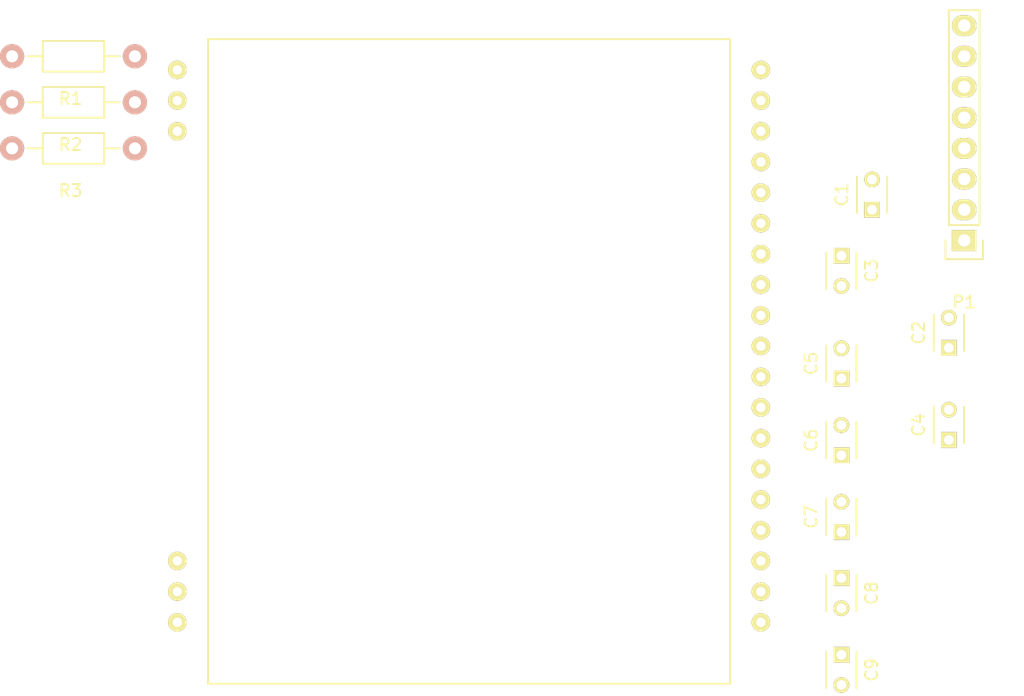
<source format=kicad_pcb>
(kicad_pcb (version 4) (host pcbnew 4.0.0-rc1-stable)

  (general
    (links 36)
    (no_connects 36)
    (area 0 0 0 0)
    (thickness 1.6)
    (drawings 0)
    (tracks 0)
    (zones 0)
    (modules 14)
    (nets 23)
  )

  (page A4)
  (layers
    (0 F.Cu signal)
    (31 B.Cu signal)
    (32 B.Adhes user)
    (33 F.Adhes user)
    (34 B.Paste user)
    (35 F.Paste user)
    (36 B.SilkS user)
    (37 F.SilkS user)
    (38 B.Mask user)
    (39 F.Mask user)
    (40 Dwgs.User user)
    (41 Cmts.User user)
    (42 Eco1.User user)
    (43 Eco2.User user)
    (44 Edge.Cuts user)
    (45 Margin user)
    (46 B.CrtYd user)
    (47 F.CrtYd user)
    (48 B.Fab user)
    (49 F.Fab user)
  )

  (setup
    (last_trace_width 0.25)
    (trace_clearance 0.2)
    (zone_clearance 0.508)
    (zone_45_only no)
    (trace_min 0.2)
    (segment_width 0.2)
    (edge_width 0.15)
    (via_size 0.6)
    (via_drill 0.4)
    (via_min_size 0.4)
    (via_min_drill 0.3)
    (uvia_size 0.3)
    (uvia_drill 0.1)
    (uvias_allowed no)
    (uvia_min_size 0.2)
    (uvia_min_drill 0.1)
    (pcb_text_width 0.3)
    (pcb_text_size 1.5 1.5)
    (mod_edge_width 0.15)
    (mod_text_size 1 1)
    (mod_text_width 0.15)
    (pad_size 1.524 1.524)
    (pad_drill 0.762)
    (pad_to_mask_clearance 0.2)
    (aux_axis_origin 0 0)
    (visible_elements FFFFFF7F)
    (pcbplotparams
      (layerselection 0x00030_80000001)
      (usegerberextensions false)
      (excludeedgelayer true)
      (linewidth 0.100000)
      (plotframeref false)
      (viasonmask false)
      (mode 1)
      (useauxorigin false)
      (hpglpennumber 1)
      (hpglpenspeed 20)
      (hpglpendiameter 15)
      (hpglpenoverlay 2)
      (psnegative false)
      (psa4output false)
      (plotreference true)
      (plotvalue true)
      (plotinvisibletext false)
      (padsonsilk false)
      (subtractmaskfromsilk false)
      (outputformat 1)
      (mirror false)
      (drillshape 1)
      (scaleselection 1)
      (outputdirectory ""))
  )

  (net 0 "")
  (net 1 GND)
  (net 2 "Net-(C1-Pad2)")
  (net 3 "Net-(C2-Pad1)")
  (net 4 "Net-(C2-Pad2)")
  (net 5 "Net-(C3-Pad2)")
  (net 6 "Net-(C4-Pad1)")
  (net 7 "Net-(C4-Pad2)")
  (net 8 "Net-(C5-Pad2)")
  (net 9 "Net-(C6-Pad2)")
  (net 10 "Net-(C7-Pad2)")
  (net 11 "Net-(C8-Pad2)")
  (net 12 "Net-(C9-Pad2)")
  (net 13 "Net-(D1-Pad1)")
  (net 14 "Net-(D1-Pad2)")
  (net 15 "Net-(D1-Pad3)")
  (net 16 D5)
  (net 17 VCC)
  (net 18 D1)
  (net 19 D2)
  (net 20 D3)
  (net 21 D4)
  (net 22 LED)

  (net_class Default "Dies ist die voreingestellte Netzklasse."
    (clearance 0.2)
    (trace_width 0.25)
    (via_dia 0.6)
    (via_drill 0.4)
    (uvia_dia 0.3)
    (uvia_drill 0.1)
    (add_net D1)
    (add_net D2)
    (add_net D3)
    (add_net D4)
    (add_net D5)
    (add_net GND)
    (add_net LED)
    (add_net "Net-(C1-Pad2)")
    (add_net "Net-(C2-Pad1)")
    (add_net "Net-(C2-Pad2)")
    (add_net "Net-(C3-Pad2)")
    (add_net "Net-(C4-Pad1)")
    (add_net "Net-(C4-Pad2)")
    (add_net "Net-(C5-Pad2)")
    (add_net "Net-(C6-Pad2)")
    (add_net "Net-(C7-Pad2)")
    (add_net "Net-(C8-Pad2)")
    (add_net "Net-(C9-Pad2)")
    (add_net "Net-(D1-Pad1)")
    (add_net "Net-(D1-Pad2)")
    (add_net "Net-(D1-Pad3)")
    (add_net VCC)
  )

  (module Capacitors_ThroughHole:C_Disc_D3_P2.5 (layer F.Cu) (tedit 0) (tstamp 562B95D8)
    (at 149.86 87.63 90)
    (descr "Capacitor 3mm Disc, Pitch 2.5mm")
    (tags Capacitor)
    (path /562B7EAB)
    (fp_text reference C1 (at 1.25 -2.5 90) (layer F.SilkS)
      (effects (font (size 1 1) (thickness 0.15)))
    )
    (fp_text value C (at 1.25 2.5 90) (layer F.Fab)
      (effects (font (size 1 1) (thickness 0.15)))
    )
    (fp_line (start -0.9 -1.5) (end 3.4 -1.5) (layer F.CrtYd) (width 0.05))
    (fp_line (start 3.4 -1.5) (end 3.4 1.5) (layer F.CrtYd) (width 0.05))
    (fp_line (start 3.4 1.5) (end -0.9 1.5) (layer F.CrtYd) (width 0.05))
    (fp_line (start -0.9 1.5) (end -0.9 -1.5) (layer F.CrtYd) (width 0.05))
    (fp_line (start -0.25 -1.25) (end 2.75 -1.25) (layer F.SilkS) (width 0.15))
    (fp_line (start 2.75 1.25) (end -0.25 1.25) (layer F.SilkS) (width 0.15))
    (pad 1 thru_hole rect (at 0 0 90) (size 1.3 1.3) (drill 0.8) (layers *.Cu *.Mask F.SilkS)
      (net 1 GND))
    (pad 2 thru_hole circle (at 2.5 0 90) (size 1.3 1.3) (drill 0.8001) (layers *.Cu *.Mask F.SilkS)
      (net 2 "Net-(C1-Pad2)"))
    (model Capacitors_ThroughHole.3dshapes/C_Disc_D3_P2.5.wrl
      (at (xyz 0.0492126 0 0))
      (scale (xyz 1 1 1))
      (rotate (xyz 0 0 0))
    )
  )

  (module Capacitors_ThroughHole:C_Disc_D3_P2.5 (layer F.Cu) (tedit 0) (tstamp 562B95DE)
    (at 156.21 99.06 90)
    (descr "Capacitor 3mm Disc, Pitch 2.5mm")
    (tags Capacitor)
    (path /562B7DB9)
    (fp_text reference C2 (at 1.25 -2.5 90) (layer F.SilkS)
      (effects (font (size 1 1) (thickness 0.15)))
    )
    (fp_text value C (at 1.25 2.5 90) (layer F.Fab)
      (effects (font (size 1 1) (thickness 0.15)))
    )
    (fp_line (start -0.9 -1.5) (end 3.4 -1.5) (layer F.CrtYd) (width 0.05))
    (fp_line (start 3.4 -1.5) (end 3.4 1.5) (layer F.CrtYd) (width 0.05))
    (fp_line (start 3.4 1.5) (end -0.9 1.5) (layer F.CrtYd) (width 0.05))
    (fp_line (start -0.9 1.5) (end -0.9 -1.5) (layer F.CrtYd) (width 0.05))
    (fp_line (start -0.25 -1.25) (end 2.75 -1.25) (layer F.SilkS) (width 0.15))
    (fp_line (start 2.75 1.25) (end -0.25 1.25) (layer F.SilkS) (width 0.15))
    (pad 1 thru_hole rect (at 0 0 90) (size 1.3 1.3) (drill 0.8) (layers *.Cu *.Mask F.SilkS)
      (net 3 "Net-(C2-Pad1)"))
    (pad 2 thru_hole circle (at 2.5 0 90) (size 1.3 1.3) (drill 0.8001) (layers *.Cu *.Mask F.SilkS)
      (net 4 "Net-(C2-Pad2)"))
    (model Capacitors_ThroughHole.3dshapes/C_Disc_D3_P2.5.wrl
      (at (xyz 0.0492126 0 0))
      (scale (xyz 1 1 1))
      (rotate (xyz 0 0 0))
    )
  )

  (module Capacitors_ThroughHole:C_Disc_D3_P2.5 (layer F.Cu) (tedit 0) (tstamp 562B95E4)
    (at 147.32 91.44 270)
    (descr "Capacitor 3mm Disc, Pitch 2.5mm")
    (tags Capacitor)
    (path /562B7D68)
    (fp_text reference C3 (at 1.25 -2.5 270) (layer F.SilkS)
      (effects (font (size 1 1) (thickness 0.15)))
    )
    (fp_text value C (at 1.25 2.5 270) (layer F.Fab)
      (effects (font (size 1 1) (thickness 0.15)))
    )
    (fp_line (start -0.9 -1.5) (end 3.4 -1.5) (layer F.CrtYd) (width 0.05))
    (fp_line (start 3.4 -1.5) (end 3.4 1.5) (layer F.CrtYd) (width 0.05))
    (fp_line (start 3.4 1.5) (end -0.9 1.5) (layer F.CrtYd) (width 0.05))
    (fp_line (start -0.9 1.5) (end -0.9 -1.5) (layer F.CrtYd) (width 0.05))
    (fp_line (start -0.25 -1.25) (end 2.75 -1.25) (layer F.SilkS) (width 0.15))
    (fp_line (start 2.75 1.25) (end -0.25 1.25) (layer F.SilkS) (width 0.15))
    (pad 1 thru_hole rect (at 0 0 270) (size 1.3 1.3) (drill 0.8) (layers *.Cu *.Mask F.SilkS)
      (net 3 "Net-(C2-Pad1)"))
    (pad 2 thru_hole circle (at 2.5 0 270) (size 1.3 1.3) (drill 0.8001) (layers *.Cu *.Mask F.SilkS)
      (net 5 "Net-(C3-Pad2)"))
    (model Capacitors_ThroughHole.3dshapes/C_Disc_D3_P2.5.wrl
      (at (xyz 0.0492126 0 0))
      (scale (xyz 1 1 1))
      (rotate (xyz 0 0 0))
    )
  )

  (module Capacitors_ThroughHole:C_Disc_D3_P2.5 (layer F.Cu) (tedit 0) (tstamp 562B95EA)
    (at 156.21 106.68 90)
    (descr "Capacitor 3mm Disc, Pitch 2.5mm")
    (tags Capacitor)
    (path /562B7CE7)
    (fp_text reference C4 (at 1.25 -2.5 90) (layer F.SilkS)
      (effects (font (size 1 1) (thickness 0.15)))
    )
    (fp_text value C (at 1.25 2.5 90) (layer F.Fab)
      (effects (font (size 1 1) (thickness 0.15)))
    )
    (fp_line (start -0.9 -1.5) (end 3.4 -1.5) (layer F.CrtYd) (width 0.05))
    (fp_line (start 3.4 -1.5) (end 3.4 1.5) (layer F.CrtYd) (width 0.05))
    (fp_line (start 3.4 1.5) (end -0.9 1.5) (layer F.CrtYd) (width 0.05))
    (fp_line (start -0.9 1.5) (end -0.9 -1.5) (layer F.CrtYd) (width 0.05))
    (fp_line (start -0.25 -1.25) (end 2.75 -1.25) (layer F.SilkS) (width 0.15))
    (fp_line (start 2.75 1.25) (end -0.25 1.25) (layer F.SilkS) (width 0.15))
    (pad 1 thru_hole rect (at 0 0 90) (size 1.3 1.3) (drill 0.8) (layers *.Cu *.Mask F.SilkS)
      (net 6 "Net-(C4-Pad1)"))
    (pad 2 thru_hole circle (at 2.5 0 90) (size 1.3 1.3) (drill 0.8001) (layers *.Cu *.Mask F.SilkS)
      (net 7 "Net-(C4-Pad2)"))
    (model Capacitors_ThroughHole.3dshapes/C_Disc_D3_P2.5.wrl
      (at (xyz 0.0492126 0 0))
      (scale (xyz 1 1 1))
      (rotate (xyz 0 0 0))
    )
  )

  (module Capacitors_ThroughHole:C_Disc_D3_P2.5 (layer F.Cu) (tedit 0) (tstamp 562B95F0)
    (at 147.32 101.6 90)
    (descr "Capacitor 3mm Disc, Pitch 2.5mm")
    (tags Capacitor)
    (path /562B7621)
    (fp_text reference C5 (at 1.25 -2.5 90) (layer F.SilkS)
      (effects (font (size 1 1) (thickness 0.15)))
    )
    (fp_text value C (at 1.25 2.5 90) (layer F.Fab)
      (effects (font (size 1 1) (thickness 0.15)))
    )
    (fp_line (start -0.9 -1.5) (end 3.4 -1.5) (layer F.CrtYd) (width 0.05))
    (fp_line (start 3.4 -1.5) (end 3.4 1.5) (layer F.CrtYd) (width 0.05))
    (fp_line (start 3.4 1.5) (end -0.9 1.5) (layer F.CrtYd) (width 0.05))
    (fp_line (start -0.9 1.5) (end -0.9 -1.5) (layer F.CrtYd) (width 0.05))
    (fp_line (start -0.25 -1.25) (end 2.75 -1.25) (layer F.SilkS) (width 0.15))
    (fp_line (start 2.75 1.25) (end -0.25 1.25) (layer F.SilkS) (width 0.15))
    (pad 1 thru_hole rect (at 0 0 90) (size 1.3 1.3) (drill 0.8) (layers *.Cu *.Mask F.SilkS)
      (net 1 GND))
    (pad 2 thru_hole circle (at 2.5 0 90) (size 1.3 1.3) (drill 0.8001) (layers *.Cu *.Mask F.SilkS)
      (net 8 "Net-(C5-Pad2)"))
    (model Capacitors_ThroughHole.3dshapes/C_Disc_D3_P2.5.wrl
      (at (xyz 0.0492126 0 0))
      (scale (xyz 1 1 1))
      (rotate (xyz 0 0 0))
    )
  )

  (module Capacitors_ThroughHole:C_Disc_D3_P2.5 (layer F.Cu) (tedit 0) (tstamp 562B95F6)
    (at 147.32 107.95 90)
    (descr "Capacitor 3mm Disc, Pitch 2.5mm")
    (tags Capacitor)
    (path /562B75CA)
    (fp_text reference C6 (at 1.25 -2.5 90) (layer F.SilkS)
      (effects (font (size 1 1) (thickness 0.15)))
    )
    (fp_text value C (at 1.25 2.5 90) (layer F.Fab)
      (effects (font (size 1 1) (thickness 0.15)))
    )
    (fp_line (start -0.9 -1.5) (end 3.4 -1.5) (layer F.CrtYd) (width 0.05))
    (fp_line (start 3.4 -1.5) (end 3.4 1.5) (layer F.CrtYd) (width 0.05))
    (fp_line (start 3.4 1.5) (end -0.9 1.5) (layer F.CrtYd) (width 0.05))
    (fp_line (start -0.9 1.5) (end -0.9 -1.5) (layer F.CrtYd) (width 0.05))
    (fp_line (start -0.25 -1.25) (end 2.75 -1.25) (layer F.SilkS) (width 0.15))
    (fp_line (start 2.75 1.25) (end -0.25 1.25) (layer F.SilkS) (width 0.15))
    (pad 1 thru_hole rect (at 0 0 90) (size 1.3 1.3) (drill 0.8) (layers *.Cu *.Mask F.SilkS)
      (net 1 GND))
    (pad 2 thru_hole circle (at 2.5 0 90) (size 1.3 1.3) (drill 0.8001) (layers *.Cu *.Mask F.SilkS)
      (net 9 "Net-(C6-Pad2)"))
    (model Capacitors_ThroughHole.3dshapes/C_Disc_D3_P2.5.wrl
      (at (xyz 0.0492126 0 0))
      (scale (xyz 1 1 1))
      (rotate (xyz 0 0 0))
    )
  )

  (module Capacitors_ThroughHole:C_Disc_D3_P2.5 (layer F.Cu) (tedit 0) (tstamp 562B95FC)
    (at 147.32 114.3 90)
    (descr "Capacitor 3mm Disc, Pitch 2.5mm")
    (tags Capacitor)
    (path /562B75A3)
    (fp_text reference C7 (at 1.25 -2.5 90) (layer F.SilkS)
      (effects (font (size 1 1) (thickness 0.15)))
    )
    (fp_text value C (at 1.25 2.5 90) (layer F.Fab)
      (effects (font (size 1 1) (thickness 0.15)))
    )
    (fp_line (start -0.9 -1.5) (end 3.4 -1.5) (layer F.CrtYd) (width 0.05))
    (fp_line (start 3.4 -1.5) (end 3.4 1.5) (layer F.CrtYd) (width 0.05))
    (fp_line (start 3.4 1.5) (end -0.9 1.5) (layer F.CrtYd) (width 0.05))
    (fp_line (start -0.9 1.5) (end -0.9 -1.5) (layer F.CrtYd) (width 0.05))
    (fp_line (start -0.25 -1.25) (end 2.75 -1.25) (layer F.SilkS) (width 0.15))
    (fp_line (start 2.75 1.25) (end -0.25 1.25) (layer F.SilkS) (width 0.15))
    (pad 1 thru_hole rect (at 0 0 90) (size 1.3 1.3) (drill 0.8) (layers *.Cu *.Mask F.SilkS)
      (net 1 GND))
    (pad 2 thru_hole circle (at 2.5 0 90) (size 1.3 1.3) (drill 0.8001) (layers *.Cu *.Mask F.SilkS)
      (net 10 "Net-(C7-Pad2)"))
    (model Capacitors_ThroughHole.3dshapes/C_Disc_D3_P2.5.wrl
      (at (xyz 0.0492126 0 0))
      (scale (xyz 1 1 1))
      (rotate (xyz 0 0 0))
    )
  )

  (module Capacitors_ThroughHole:C_Disc_D3_P2.5 (layer F.Cu) (tedit 0) (tstamp 562B9602)
    (at 147.32 118.11 270)
    (descr "Capacitor 3mm Disc, Pitch 2.5mm")
    (tags Capacitor)
    (path /562B7536)
    (fp_text reference C8 (at 1.25 -2.5 270) (layer F.SilkS)
      (effects (font (size 1 1) (thickness 0.15)))
    )
    (fp_text value C (at 1.25 2.5 270) (layer F.Fab)
      (effects (font (size 1 1) (thickness 0.15)))
    )
    (fp_line (start -0.9 -1.5) (end 3.4 -1.5) (layer F.CrtYd) (width 0.05))
    (fp_line (start 3.4 -1.5) (end 3.4 1.5) (layer F.CrtYd) (width 0.05))
    (fp_line (start 3.4 1.5) (end -0.9 1.5) (layer F.CrtYd) (width 0.05))
    (fp_line (start -0.9 1.5) (end -0.9 -1.5) (layer F.CrtYd) (width 0.05))
    (fp_line (start -0.25 -1.25) (end 2.75 -1.25) (layer F.SilkS) (width 0.15))
    (fp_line (start 2.75 1.25) (end -0.25 1.25) (layer F.SilkS) (width 0.15))
    (pad 1 thru_hole rect (at 0 0 270) (size 1.3 1.3) (drill 0.8) (layers *.Cu *.Mask F.SilkS)
      (net 1 GND))
    (pad 2 thru_hole circle (at 2.5 0 270) (size 1.3 1.3) (drill 0.8001) (layers *.Cu *.Mask F.SilkS)
      (net 11 "Net-(C8-Pad2)"))
    (model Capacitors_ThroughHole.3dshapes/C_Disc_D3_P2.5.wrl
      (at (xyz 0.0492126 0 0))
      (scale (xyz 1 1 1))
      (rotate (xyz 0 0 0))
    )
  )

  (module Capacitors_ThroughHole:C_Disc_D3_P2.5 (layer F.Cu) (tedit 0) (tstamp 562B9608)
    (at 147.32 124.46 270)
    (descr "Capacitor 3mm Disc, Pitch 2.5mm")
    (tags Capacitor)
    (path /562B74C8)
    (fp_text reference C9 (at 1.25 -2.5 270) (layer F.SilkS)
      (effects (font (size 1 1) (thickness 0.15)))
    )
    (fp_text value C (at 1.25 2.5 270) (layer F.Fab)
      (effects (font (size 1 1) (thickness 0.15)))
    )
    (fp_line (start -0.9 -1.5) (end 3.4 -1.5) (layer F.CrtYd) (width 0.05))
    (fp_line (start 3.4 -1.5) (end 3.4 1.5) (layer F.CrtYd) (width 0.05))
    (fp_line (start 3.4 1.5) (end -0.9 1.5) (layer F.CrtYd) (width 0.05))
    (fp_line (start -0.9 1.5) (end -0.9 -1.5) (layer F.CrtYd) (width 0.05))
    (fp_line (start -0.25 -1.25) (end 2.75 -1.25) (layer F.SilkS) (width 0.15))
    (fp_line (start 2.75 1.25) (end -0.25 1.25) (layer F.SilkS) (width 0.15))
    (pad 1 thru_hole rect (at 0 0 270) (size 1.3 1.3) (drill 0.8) (layers *.Cu *.Mask F.SilkS)
      (net 1 GND))
    (pad 2 thru_hole circle (at 2.5 0 270) (size 1.3 1.3) (drill 0.8001) (layers *.Cu *.Mask F.SilkS)
      (net 12 "Net-(C9-Pad2)"))
    (model Capacitors_ThroughHole.3dshapes/C_Disc_D3_P2.5.wrl
      (at (xyz 0.0492126 0 0))
      (scale (xyz 1 1 1))
      (rotate (xyz 0 0 0))
    )
  )

  (module Pin_Headers:Pin_Header_Straight_1x08 (layer F.Cu) (tedit 0) (tstamp 562B9633)
    (at 157.48 90.17 180)
    (descr "Through hole pin header")
    (tags "pin header")
    (path /562B950F)
    (fp_text reference P1 (at 0 -5.1 180) (layer F.SilkS)
      (effects (font (size 1 1) (thickness 0.15)))
    )
    (fp_text value CONN_01X08 (at 0 -3.1 180) (layer F.Fab)
      (effects (font (size 1 1) (thickness 0.15)))
    )
    (fp_line (start -1.75 -1.75) (end -1.75 19.55) (layer F.CrtYd) (width 0.05))
    (fp_line (start 1.75 -1.75) (end 1.75 19.55) (layer F.CrtYd) (width 0.05))
    (fp_line (start -1.75 -1.75) (end 1.75 -1.75) (layer F.CrtYd) (width 0.05))
    (fp_line (start -1.75 19.55) (end 1.75 19.55) (layer F.CrtYd) (width 0.05))
    (fp_line (start 1.27 1.27) (end 1.27 19.05) (layer F.SilkS) (width 0.15))
    (fp_line (start 1.27 19.05) (end -1.27 19.05) (layer F.SilkS) (width 0.15))
    (fp_line (start -1.27 19.05) (end -1.27 1.27) (layer F.SilkS) (width 0.15))
    (fp_line (start 1.55 -1.55) (end 1.55 0) (layer F.SilkS) (width 0.15))
    (fp_line (start 1.27 1.27) (end -1.27 1.27) (layer F.SilkS) (width 0.15))
    (fp_line (start -1.55 0) (end -1.55 -1.55) (layer F.SilkS) (width 0.15))
    (fp_line (start -1.55 -1.55) (end 1.55 -1.55) (layer F.SilkS) (width 0.15))
    (pad 1 thru_hole rect (at 0 0 180) (size 2.032 1.7272) (drill 1.016) (layers *.Cu *.Mask F.SilkS)
      (net 18 D1))
    (pad 2 thru_hole oval (at 0 2.54 180) (size 2.032 1.7272) (drill 1.016) (layers *.Cu *.Mask F.SilkS)
      (net 19 D2))
    (pad 3 thru_hole oval (at 0 5.08 180) (size 2.032 1.7272) (drill 1.016) (layers *.Cu *.Mask F.SilkS)
      (net 20 D3))
    (pad 4 thru_hole oval (at 0 7.62 180) (size 2.032 1.7272) (drill 1.016) (layers *.Cu *.Mask F.SilkS)
      (net 21 D4))
    (pad 5 thru_hole oval (at 0 10.16 180) (size 2.032 1.7272) (drill 1.016) (layers *.Cu *.Mask F.SilkS)
      (net 16 D5))
    (pad 6 thru_hole oval (at 0 12.7 180) (size 2.032 1.7272) (drill 1.016) (layers *.Cu *.Mask F.SilkS)
      (net 22 LED))
    (pad 7 thru_hole oval (at 0 15.24 180) (size 2.032 1.7272) (drill 1.016) (layers *.Cu *.Mask F.SilkS)
      (net 1 GND))
    (pad 8 thru_hole oval (at 0 17.78 180) (size 2.032 1.7272) (drill 1.016) (layers *.Cu *.Mask F.SilkS)
      (net 17 VCC))
    (model Pin_Headers.3dshapes/Pin_Header_Straight_1x08.wrl
      (at (xyz 0 -0.35 0))
      (scale (xyz 1 1 1))
      (rotate (xyz 0 0 90))
    )
  )

  (module Resistors_ThroughHole:Resistor_Horizontal_RM10mm (layer F.Cu) (tedit 53F56209) (tstamp 562B9639)
    (at 83.82 74.93 180)
    (descr "Resistor, Axial,  RM 10mm, 1/3W,")
    (tags "Resistor, Axial, RM 10mm, 1/3W,")
    (path /562B7228)
    (fp_text reference R1 (at 0.24892 -3.50012 180) (layer F.SilkS)
      (effects (font (size 1 1) (thickness 0.15)))
    )
    (fp_text value R (at 3.81 3.81 180) (layer F.Fab)
      (effects (font (size 1 1) (thickness 0.15)))
    )
    (fp_line (start -2.54 -1.27) (end 2.54 -1.27) (layer F.SilkS) (width 0.15))
    (fp_line (start 2.54 -1.27) (end 2.54 1.27) (layer F.SilkS) (width 0.15))
    (fp_line (start 2.54 1.27) (end -2.54 1.27) (layer F.SilkS) (width 0.15))
    (fp_line (start -2.54 1.27) (end -2.54 -1.27) (layer F.SilkS) (width 0.15))
    (fp_line (start -2.54 0) (end -3.81 0) (layer F.SilkS) (width 0.15))
    (fp_line (start 2.54 0) (end 3.81 0) (layer F.SilkS) (width 0.15))
    (pad 1 thru_hole circle (at -5.08 0 180) (size 1.99898 1.99898) (drill 1.00076) (layers *.Cu *.SilkS *.Mask)
      (net 13 "Net-(D1-Pad1)"))
    (pad 2 thru_hole circle (at 5.08 0 180) (size 1.99898 1.99898) (drill 1.00076) (layers *.Cu *.SilkS *.Mask)
      (net 22 LED))
    (model Resistors_ThroughHole.3dshapes/Resistor_Horizontal_RM10mm.wrl
      (at (xyz 0 0 0))
      (scale (xyz 0.4 0.4 0.4))
      (rotate (xyz 0 0 0))
    )
  )

  (module Resistors_ThroughHole:Resistor_Horizontal_RM10mm (layer F.Cu) (tedit 53F56209) (tstamp 562B963F)
    (at 83.82 78.74 180)
    (descr "Resistor, Axial,  RM 10mm, 1/3W,")
    (tags "Resistor, Axial, RM 10mm, 1/3W,")
    (path /562B727B)
    (fp_text reference R2 (at 0.24892 -3.50012 180) (layer F.SilkS)
      (effects (font (size 1 1) (thickness 0.15)))
    )
    (fp_text value R (at 3.81 3.81 180) (layer F.Fab)
      (effects (font (size 1 1) (thickness 0.15)))
    )
    (fp_line (start -2.54 -1.27) (end 2.54 -1.27) (layer F.SilkS) (width 0.15))
    (fp_line (start 2.54 -1.27) (end 2.54 1.27) (layer F.SilkS) (width 0.15))
    (fp_line (start 2.54 1.27) (end -2.54 1.27) (layer F.SilkS) (width 0.15))
    (fp_line (start -2.54 1.27) (end -2.54 -1.27) (layer F.SilkS) (width 0.15))
    (fp_line (start -2.54 0) (end -3.81 0) (layer F.SilkS) (width 0.15))
    (fp_line (start 2.54 0) (end 3.81 0) (layer F.SilkS) (width 0.15))
    (pad 1 thru_hole circle (at -5.08 0 180) (size 1.99898 1.99898) (drill 1.00076) (layers *.Cu *.SilkS *.Mask)
      (net 14 "Net-(D1-Pad2)"))
    (pad 2 thru_hole circle (at 5.08 0 180) (size 1.99898 1.99898) (drill 1.00076) (layers *.Cu *.SilkS *.Mask)
      (net 22 LED))
    (model Resistors_ThroughHole.3dshapes/Resistor_Horizontal_RM10mm.wrl
      (at (xyz 0 0 0))
      (scale (xyz 0.4 0.4 0.4))
      (rotate (xyz 0 0 0))
    )
  )

  (module Resistors_ThroughHole:Resistor_Horizontal_RM10mm (layer F.Cu) (tedit 53F56209) (tstamp 562B9645)
    (at 83.82 82.55 180)
    (descr "Resistor, Axial,  RM 10mm, 1/3W,")
    (tags "Resistor, Axial, RM 10mm, 1/3W,")
    (path /562B72AC)
    (fp_text reference R3 (at 0.24892 -3.50012 180) (layer F.SilkS)
      (effects (font (size 1 1) (thickness 0.15)))
    )
    (fp_text value R (at 3.81 3.81 180) (layer F.Fab)
      (effects (font (size 1 1) (thickness 0.15)))
    )
    (fp_line (start -2.54 -1.27) (end 2.54 -1.27) (layer F.SilkS) (width 0.15))
    (fp_line (start 2.54 -1.27) (end 2.54 1.27) (layer F.SilkS) (width 0.15))
    (fp_line (start 2.54 1.27) (end -2.54 1.27) (layer F.SilkS) (width 0.15))
    (fp_line (start -2.54 1.27) (end -2.54 -1.27) (layer F.SilkS) (width 0.15))
    (fp_line (start -2.54 0) (end -3.81 0) (layer F.SilkS) (width 0.15))
    (fp_line (start 2.54 0) (end 3.81 0) (layer F.SilkS) (width 0.15))
    (pad 1 thru_hole circle (at -5.08 0 180) (size 1.99898 1.99898) (drill 1.00076) (layers *.Cu *.SilkS *.Mask)
      (net 15 "Net-(D1-Pad3)"))
    (pad 2 thru_hole circle (at 5.08 0 180) (size 1.99898 1.99898) (drill 1.00076) (layers *.Cu *.SilkS *.Mask)
      (net 22 LED))
    (model Resistors_ThroughHole.3dshapes/Resistor_Horizontal_RM10mm.wrl
      (at (xyz 0 0 0))
      (scale (xyz 0.4 0.4 0.4))
      (rotate (xyz 0 0 0))
    )
  )

  (module Displayplatine:EADOG128 (layer F.Cu) (tedit 562B975C) (tstamp 562B9627)
    (at 115.262 98.915)
    (path /562B6F62)
    (fp_text reference D1 (at -17.78 -27.94) (layer F.SilkS) hide
      (effects (font (size 1 1) (thickness 0.15)))
    )
    (fp_text value EADOGM-128 (at 2.54 0) (layer F.Fab) hide
      (effects (font (size 1 1) (thickness 0.15)))
    )
    (fp_line (start -20.32 -25.4) (end -20.32 27.94) (layer F.SilkS) (width 0.15))
    (fp_line (start -20.32 27.94) (end 22.86 27.94) (layer F.SilkS) (width 0.15))
    (fp_line (start 22.86 27.94) (end 22.86 -25.4) (layer F.SilkS) (width 0.15))
    (fp_line (start 22.86 -25.4) (end -20.32 -25.4) (layer F.SilkS) (width 0.15))
    (pad 1 thru_hole circle (at -22.86 -22.86) (size 1.524 1.524) (drill 0.762) (layers *.Cu *.Mask F.SilkS)
      (net 13 "Net-(D1-Pad1)"))
    (pad 2 thru_hole circle (at -22.86 -20.32) (size 1.524 1.524) (drill 0.762) (layers *.Cu *.Mask F.SilkS)
      (net 14 "Net-(D1-Pad2)"))
    (pad 3 thru_hole circle (at -22.86 -17.78) (size 1.524 1.524) (drill 0.762) (layers *.Cu *.Mask F.SilkS)
      (net 15 "Net-(D1-Pad3)"))
    (pad 40 thru_hole circle (at 25.4 -22.86) (size 1.524 1.524) (drill 0.762) (layers *.Cu *.Mask F.SilkS)
      (net 16 D5))
    (pad 21 thru_hole circle (at 25.4 22.86) (size 1.524 1.524) (drill 0.762) (layers *.Cu *.Mask F.SilkS)
      (net 12 "Net-(C9-Pad2)"))
    (pad 22 thru_hole circle (at 25.4 20.32) (size 1.524 1.524) (drill 0.762) (layers *.Cu *.Mask F.SilkS)
      (net 11 "Net-(C8-Pad2)"))
    (pad 23 thru_hole circle (at 25.4 17.78) (size 1.524 1.524) (drill 0.762) (layers *.Cu *.Mask F.SilkS)
      (net 10 "Net-(C7-Pad2)"))
    (pad 24 thru_hole circle (at 25.4 15.24) (size 1.524 1.524) (drill 0.762) (layers *.Cu *.Mask F.SilkS)
      (net 9 "Net-(C6-Pad2)"))
    (pad 25 thru_hole circle (at 25.4 12.7) (size 1.524 1.524) (drill 0.762) (layers *.Cu *.Mask F.SilkS)
      (net 8 "Net-(C5-Pad2)"))
    (pad 26 thru_hole circle (at 25.4 10.16) (size 1.524 1.524) (drill 0.762) (layers *.Cu *.Mask F.SilkS)
      (net 1 GND))
    (pad 27 thru_hole circle (at 25.4 7.62) (size 1.524 1.524) (drill 0.762) (layers *.Cu *.Mask F.SilkS)
      (net 6 "Net-(C4-Pad1)"))
    (pad 28 thru_hole circle (at 25.4 5.08) (size 1.524 1.524) (drill 0.762) (layers *.Cu *.Mask F.SilkS)
      (net 7 "Net-(C4-Pad2)"))
    (pad 29 thru_hole circle (at 25.4 2.54) (size 1.524 1.524) (drill 0.762) (layers *.Cu *.Mask F.SilkS)
      (net 5 "Net-(C3-Pad2)"))
    (pad 30 thru_hole circle (at 25.4 0) (size 1.524 1.524) (drill 0.762) (layers *.Cu *.Mask F.SilkS)
      (net 3 "Net-(C2-Pad1)"))
    (pad 31 thru_hole circle (at 25.4 -2.54) (size 1.524 1.524) (drill 0.762) (layers *.Cu *.Mask F.SilkS)
      (net 4 "Net-(C2-Pad2)"))
    (pad 32 thru_hole circle (at 25.4 -5.08) (size 1.524 1.524) (drill 0.762) (layers *.Cu *.Mask F.SilkS)
      (net 2 "Net-(C1-Pad2)"))
    (pad 33 thru_hole circle (at 25.4 -7.62) (size 1.524 1.524) (drill 0.762) (layers *.Cu *.Mask F.SilkS)
      (net 1 GND))
    (pad 34 thru_hole circle (at 25.4 -7.62) (size 1.524 1.524) (drill 0.762) (layers *.Cu *.Mask F.SilkS)
      (net 17 VCC))
    (pad 35 thru_hole circle (at 25.4 -10.16) (size 1.524 1.524) (drill 0.762) (layers *.Cu *.Mask F.SilkS)
      (net 17 VCC))
    (pad 36 thru_hole circle (at 25.4 -12.7) (size 1.524 1.524) (drill 0.762) (layers *.Cu *.Mask F.SilkS)
      (net 18 D1))
    (pad 37 thru_hole circle (at 25.4 -15.24) (size 1.524 1.524) (drill 0.762) (layers *.Cu *.Mask F.SilkS)
      (net 19 D2))
    (pad 38 thru_hole circle (at 25.4 -17.78) (size 1.524 1.524) (drill 0.762) (layers *.Cu *.Mask F.SilkS)
      (net 20 D3))
    (pad 39 thru_hole circle (at 25.4 -20.32) (size 1.524 1.524) (drill 0.762) (layers *.Cu *.Mask F.SilkS)
      (net 21 D4))
    (pad 20 thru_hole circle (at -22.86 22.86) (size 1.524 1.524) (drill 0.762) (layers *.Cu *.Mask F.SilkS)
      (net 1 GND))
    (pad 18 thru_hole circle (at -22.86 17.78) (size 1.524 1.524) (drill 0.762) (layers *.Cu *.Mask F.SilkS)
      (net 1 GND))
    (pad 19 thru_hole circle (at -22.86 20.32) (size 1.524 1.524) (drill 0.762) (layers *.Cu *.Mask F.SilkS)
      (net 1 GND))
  )

)

</source>
